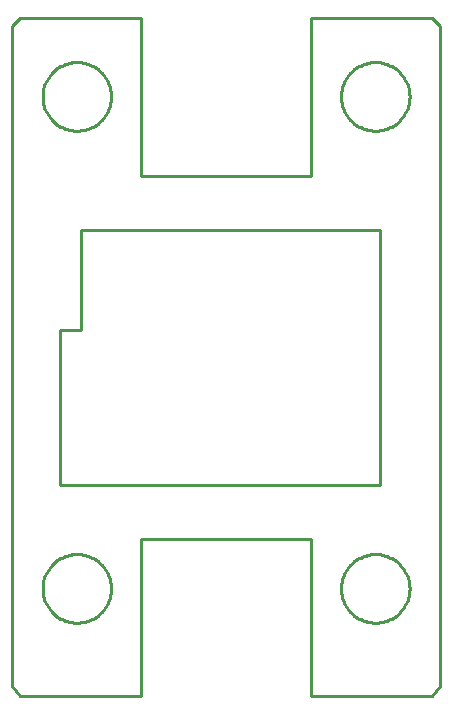
<source format=gbr>
G04 EAGLE Gerber RS-274X export*
G75*
%MOMM*%
%FSLAX34Y34*%
%LPD*%
%IN*%
%IPPOS*%
%AMOC8*
5,1,8,0,0,1.08239X$1,22.5*%
G01*
%ADD10C,0.254000*%


D10*
X0Y8890D02*
X6350Y0D01*
X109220Y0D01*
X109220Y133350D01*
X252730Y133350D01*
X252730Y0D01*
X355600Y0D01*
X361950Y8890D01*
X361950Y567690D01*
X355600Y574040D01*
X252730Y574040D01*
X252730Y440690D01*
X109220Y440690D01*
X109220Y574040D01*
X6350Y574040D01*
X0Y567690D01*
X0Y8890D01*
X40640Y179070D02*
X311150Y179070D01*
X311150Y394970D01*
X58420Y394970D01*
X58420Y309880D01*
X40640Y309880D01*
X40640Y179070D01*
X83610Y507241D02*
X83531Y505724D01*
X83372Y504213D01*
X83134Y502713D01*
X82818Y501228D01*
X82425Y499761D01*
X81956Y498316D01*
X81412Y496898D01*
X80794Y495511D01*
X80104Y494158D01*
X79345Y492842D01*
X78518Y491569D01*
X77625Y490340D01*
X76669Y489160D01*
X75653Y488031D01*
X74579Y486957D01*
X73450Y485941D01*
X72270Y484985D01*
X71041Y484092D01*
X69768Y483265D01*
X68452Y482506D01*
X67099Y481816D01*
X65712Y481198D01*
X64294Y480654D01*
X62849Y480185D01*
X61382Y479792D01*
X59897Y479476D01*
X58397Y479238D01*
X56886Y479080D01*
X55369Y479000D01*
X53851Y479000D01*
X52334Y479080D01*
X50823Y479238D01*
X49323Y479476D01*
X47838Y479792D01*
X46371Y480185D01*
X44926Y480654D01*
X43508Y481198D01*
X42121Y481816D01*
X40768Y482506D01*
X39452Y483265D01*
X38179Y484092D01*
X36950Y484985D01*
X35770Y485941D01*
X34641Y486957D01*
X33567Y488031D01*
X32551Y489160D01*
X31595Y490340D01*
X30702Y491569D01*
X29875Y492842D01*
X29116Y494158D01*
X28426Y495511D01*
X27808Y496898D01*
X27264Y498316D01*
X26795Y499761D01*
X26402Y501228D01*
X26086Y502713D01*
X25848Y504213D01*
X25690Y505724D01*
X25610Y507241D01*
X25610Y508759D01*
X25690Y510276D01*
X25848Y511787D01*
X26086Y513287D01*
X26402Y514772D01*
X26795Y516239D01*
X27264Y517684D01*
X27808Y519102D01*
X28426Y520489D01*
X29116Y521842D01*
X29875Y523158D01*
X30702Y524431D01*
X31595Y525660D01*
X32551Y526840D01*
X33567Y527969D01*
X34641Y529043D01*
X35770Y530059D01*
X36950Y531015D01*
X38179Y531908D01*
X39452Y532735D01*
X40768Y533494D01*
X42121Y534184D01*
X43508Y534802D01*
X44926Y535346D01*
X46371Y535815D01*
X47838Y536208D01*
X49323Y536524D01*
X50823Y536762D01*
X52334Y536921D01*
X53851Y537000D01*
X55369Y537000D01*
X56886Y536921D01*
X58397Y536762D01*
X59897Y536524D01*
X61382Y536208D01*
X62849Y535815D01*
X64294Y535346D01*
X65712Y534802D01*
X67099Y534184D01*
X68452Y533494D01*
X69768Y532735D01*
X71041Y531908D01*
X72270Y531015D01*
X73450Y530059D01*
X74579Y529043D01*
X75653Y527969D01*
X76669Y526840D01*
X77625Y525660D01*
X78518Y524431D01*
X79345Y523158D01*
X80104Y521842D01*
X80794Y520489D01*
X81412Y519102D01*
X81956Y517684D01*
X82425Y516239D01*
X82818Y514772D01*
X83134Y513287D01*
X83372Y511787D01*
X83531Y510276D01*
X83610Y508759D01*
X83610Y507241D01*
X336340Y507241D02*
X336261Y505724D01*
X336102Y504213D01*
X335864Y502713D01*
X335548Y501228D01*
X335155Y499761D01*
X334686Y498316D01*
X334142Y496898D01*
X333524Y495511D01*
X332834Y494158D01*
X332075Y492842D01*
X331248Y491569D01*
X330355Y490340D01*
X329399Y489160D01*
X328383Y488031D01*
X327309Y486957D01*
X326180Y485941D01*
X325000Y484985D01*
X323771Y484092D01*
X322498Y483265D01*
X321182Y482506D01*
X319829Y481816D01*
X318442Y481198D01*
X317024Y480654D01*
X315579Y480185D01*
X314112Y479792D01*
X312627Y479476D01*
X311127Y479238D01*
X309616Y479080D01*
X308099Y479000D01*
X306581Y479000D01*
X305064Y479080D01*
X303553Y479238D01*
X302053Y479476D01*
X300568Y479792D01*
X299101Y480185D01*
X297656Y480654D01*
X296238Y481198D01*
X294851Y481816D01*
X293498Y482506D01*
X292182Y483265D01*
X290909Y484092D01*
X289680Y484985D01*
X288500Y485941D01*
X287371Y486957D01*
X286297Y488031D01*
X285281Y489160D01*
X284325Y490340D01*
X283432Y491569D01*
X282605Y492842D01*
X281846Y494158D01*
X281156Y495511D01*
X280538Y496898D01*
X279994Y498316D01*
X279525Y499761D01*
X279132Y501228D01*
X278816Y502713D01*
X278578Y504213D01*
X278420Y505724D01*
X278340Y507241D01*
X278340Y508759D01*
X278420Y510276D01*
X278578Y511787D01*
X278816Y513287D01*
X279132Y514772D01*
X279525Y516239D01*
X279994Y517684D01*
X280538Y519102D01*
X281156Y520489D01*
X281846Y521842D01*
X282605Y523158D01*
X283432Y524431D01*
X284325Y525660D01*
X285281Y526840D01*
X286297Y527969D01*
X287371Y529043D01*
X288500Y530059D01*
X289680Y531015D01*
X290909Y531908D01*
X292182Y532735D01*
X293498Y533494D01*
X294851Y534184D01*
X296238Y534802D01*
X297656Y535346D01*
X299101Y535815D01*
X300568Y536208D01*
X302053Y536524D01*
X303553Y536762D01*
X305064Y536921D01*
X306581Y537000D01*
X308099Y537000D01*
X309616Y536921D01*
X311127Y536762D01*
X312627Y536524D01*
X314112Y536208D01*
X315579Y535815D01*
X317024Y535346D01*
X318442Y534802D01*
X319829Y534184D01*
X321182Y533494D01*
X322498Y532735D01*
X323771Y531908D01*
X325000Y531015D01*
X326180Y530059D01*
X327309Y529043D01*
X328383Y527969D01*
X329399Y526840D01*
X330355Y525660D01*
X331248Y524431D01*
X332075Y523158D01*
X332834Y521842D01*
X333524Y520489D01*
X334142Y519102D01*
X334686Y517684D01*
X335155Y516239D01*
X335548Y514772D01*
X335864Y513287D01*
X336102Y511787D01*
X336261Y510276D01*
X336340Y508759D01*
X336340Y507241D01*
X83610Y90681D02*
X83531Y89164D01*
X83372Y87653D01*
X83134Y86153D01*
X82818Y84668D01*
X82425Y83201D01*
X81956Y81756D01*
X81412Y80338D01*
X80794Y78951D01*
X80104Y77598D01*
X79345Y76282D01*
X78518Y75009D01*
X77625Y73780D01*
X76669Y72600D01*
X75653Y71471D01*
X74579Y70397D01*
X73450Y69381D01*
X72270Y68425D01*
X71041Y67532D01*
X69768Y66705D01*
X68452Y65946D01*
X67099Y65256D01*
X65712Y64638D01*
X64294Y64094D01*
X62849Y63625D01*
X61382Y63232D01*
X59897Y62916D01*
X58397Y62678D01*
X56886Y62520D01*
X55369Y62440D01*
X53851Y62440D01*
X52334Y62520D01*
X50823Y62678D01*
X49323Y62916D01*
X47838Y63232D01*
X46371Y63625D01*
X44926Y64094D01*
X43508Y64638D01*
X42121Y65256D01*
X40768Y65946D01*
X39452Y66705D01*
X38179Y67532D01*
X36950Y68425D01*
X35770Y69381D01*
X34641Y70397D01*
X33567Y71471D01*
X32551Y72600D01*
X31595Y73780D01*
X30702Y75009D01*
X29875Y76282D01*
X29116Y77598D01*
X28426Y78951D01*
X27808Y80338D01*
X27264Y81756D01*
X26795Y83201D01*
X26402Y84668D01*
X26086Y86153D01*
X25848Y87653D01*
X25690Y89164D01*
X25610Y90681D01*
X25610Y92199D01*
X25690Y93716D01*
X25848Y95227D01*
X26086Y96727D01*
X26402Y98212D01*
X26795Y99679D01*
X27264Y101124D01*
X27808Y102542D01*
X28426Y103929D01*
X29116Y105282D01*
X29875Y106598D01*
X30702Y107871D01*
X31595Y109100D01*
X32551Y110280D01*
X33567Y111409D01*
X34641Y112483D01*
X35770Y113499D01*
X36950Y114455D01*
X38179Y115348D01*
X39452Y116175D01*
X40768Y116934D01*
X42121Y117624D01*
X43508Y118242D01*
X44926Y118786D01*
X46371Y119255D01*
X47838Y119648D01*
X49323Y119964D01*
X50823Y120202D01*
X52334Y120361D01*
X53851Y120440D01*
X55369Y120440D01*
X56886Y120361D01*
X58397Y120202D01*
X59897Y119964D01*
X61382Y119648D01*
X62849Y119255D01*
X64294Y118786D01*
X65712Y118242D01*
X67099Y117624D01*
X68452Y116934D01*
X69768Y116175D01*
X71041Y115348D01*
X72270Y114455D01*
X73450Y113499D01*
X74579Y112483D01*
X75653Y111409D01*
X76669Y110280D01*
X77625Y109100D01*
X78518Y107871D01*
X79345Y106598D01*
X80104Y105282D01*
X80794Y103929D01*
X81412Y102542D01*
X81956Y101124D01*
X82425Y99679D01*
X82818Y98212D01*
X83134Y96727D01*
X83372Y95227D01*
X83531Y93716D01*
X83610Y92199D01*
X83610Y90681D01*
X336340Y90681D02*
X336261Y89164D01*
X336102Y87653D01*
X335864Y86153D01*
X335548Y84668D01*
X335155Y83201D01*
X334686Y81756D01*
X334142Y80338D01*
X333524Y78951D01*
X332834Y77598D01*
X332075Y76282D01*
X331248Y75009D01*
X330355Y73780D01*
X329399Y72600D01*
X328383Y71471D01*
X327309Y70397D01*
X326180Y69381D01*
X325000Y68425D01*
X323771Y67532D01*
X322498Y66705D01*
X321182Y65946D01*
X319829Y65256D01*
X318442Y64638D01*
X317024Y64094D01*
X315579Y63625D01*
X314112Y63232D01*
X312627Y62916D01*
X311127Y62678D01*
X309616Y62520D01*
X308099Y62440D01*
X306581Y62440D01*
X305064Y62520D01*
X303553Y62678D01*
X302053Y62916D01*
X300568Y63232D01*
X299101Y63625D01*
X297656Y64094D01*
X296238Y64638D01*
X294851Y65256D01*
X293498Y65946D01*
X292182Y66705D01*
X290909Y67532D01*
X289680Y68425D01*
X288500Y69381D01*
X287371Y70397D01*
X286297Y71471D01*
X285281Y72600D01*
X284325Y73780D01*
X283432Y75009D01*
X282605Y76282D01*
X281846Y77598D01*
X281156Y78951D01*
X280538Y80338D01*
X279994Y81756D01*
X279525Y83201D01*
X279132Y84668D01*
X278816Y86153D01*
X278578Y87653D01*
X278420Y89164D01*
X278340Y90681D01*
X278340Y92199D01*
X278420Y93716D01*
X278578Y95227D01*
X278816Y96727D01*
X279132Y98212D01*
X279525Y99679D01*
X279994Y101124D01*
X280538Y102542D01*
X281156Y103929D01*
X281846Y105282D01*
X282605Y106598D01*
X283432Y107871D01*
X284325Y109100D01*
X285281Y110280D01*
X286297Y111409D01*
X287371Y112483D01*
X288500Y113499D01*
X289680Y114455D01*
X290909Y115348D01*
X292182Y116175D01*
X293498Y116934D01*
X294851Y117624D01*
X296238Y118242D01*
X297656Y118786D01*
X299101Y119255D01*
X300568Y119648D01*
X302053Y119964D01*
X303553Y120202D01*
X305064Y120361D01*
X306581Y120440D01*
X308099Y120440D01*
X309616Y120361D01*
X311127Y120202D01*
X312627Y119964D01*
X314112Y119648D01*
X315579Y119255D01*
X317024Y118786D01*
X318442Y118242D01*
X319829Y117624D01*
X321182Y116934D01*
X322498Y116175D01*
X323771Y115348D01*
X325000Y114455D01*
X326180Y113499D01*
X327309Y112483D01*
X328383Y111409D01*
X329399Y110280D01*
X330355Y109100D01*
X331248Y107871D01*
X332075Y106598D01*
X332834Y105282D01*
X333524Y103929D01*
X334142Y102542D01*
X334686Y101124D01*
X335155Y99679D01*
X335548Y98212D01*
X335864Y96727D01*
X336102Y95227D01*
X336261Y93716D01*
X336340Y92199D01*
X336340Y90681D01*
M02*

</source>
